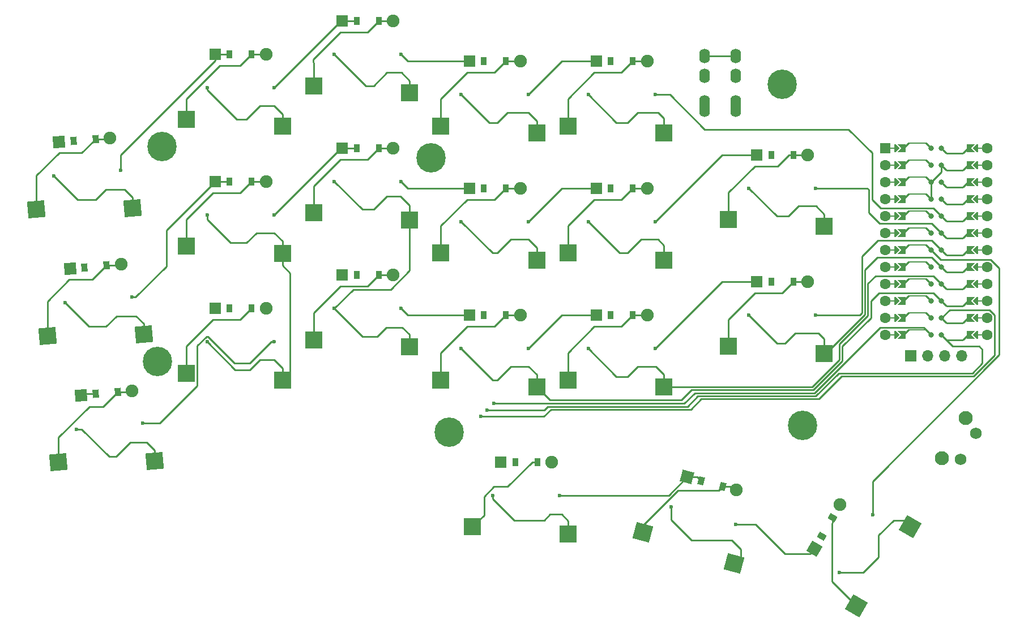
<source format=gbr>
%TF.GenerationSoftware,KiCad,Pcbnew,8.0.0*%
%TF.CreationDate,2024-03-12T02:06:11+01:00*%
%TF.ProjectId,cornish-v1,636f726e-6973-4682-9d76-312e6b696361,v1.0.0*%
%TF.SameCoordinates,Original*%
%TF.FileFunction,Copper,L1,Top*%
%TF.FilePolarity,Positive*%
%FSLAX46Y46*%
G04 Gerber Fmt 4.6, Leading zero omitted, Abs format (unit mm)*
G04 Created by KiCad (PCBNEW 8.0.0) date 2024-03-12 02:06:11*
%MOMM*%
%LPD*%
G01*
G04 APERTURE LIST*
G04 Aperture macros list*
%AMRotRect*
0 Rectangle, with rotation*
0 The origin of the aperture is its center*
0 $1 length*
0 $2 width*
0 $3 Rotation angle, in degrees counterclockwise*
0 Add horizontal line*
21,1,$1,$2,0,0,$3*%
%AMFreePoly0*
4,1,5,0.125000,-0.500000,-0.125000,-0.500000,-0.125000,0.500000,0.125000,0.500000,0.125000,-0.500000,0.125000,-0.500000,$1*%
%AMFreePoly1*
4,1,6,0.600000,0.200000,0.000000,-0.400000,-0.600000,0.200000,-0.600000,0.400000,0.600000,0.400000,0.600000,0.200000,0.600000,0.200000,$1*%
%AMFreePoly2*
4,1,6,0.600000,-0.250000,-0.600000,-0.250000,-0.600000,1.000000,0.000000,0.400000,0.600000,1.000000,0.600000,-0.250000,0.600000,-0.250000,$1*%
%AMFreePoly3*
4,1,45,0.069446,4.167933,0.854389,3.386388,0.869934,3.367446,0.888598,3.322386,0.891000,0.766000,0.888598,0.741614,0.869934,0.696554,0.088388,-0.088388,0.069446,-0.103933,0.064963,-0.105789,0.062500,-0.108253,0.052631,-0.110897,0.024387,-0.122598,0.008964,-0.122598,0.000000,-0.125000,-0.008964,-0.122598,-0.024387,-0.122598,-0.052631,-0.110897,-0.062500,-0.108253,-0.064963,-0.105789,
-0.069446,-0.103933,-0.103933,-0.069446,-0.105789,-0.064963,-0.108253,-0.062500,-0.110897,-0.052631,-0.122598,-0.024387,-0.122598,-0.008964,-0.125000,0.000000,-0.122598,0.008964,-0.122598,0.024387,-0.110897,0.052631,-0.108253,0.062500,-0.105789,0.064963,-0.103933,0.069446,0.643328,0.819956,0.641045,3.249334,-0.088388,3.975612,-0.103933,3.994554,-0.122598,4.039613,-0.122598,4.088387,
-0.103933,4.133446,-0.069446,4.167933,-0.024387,4.186598,0.024387,4.186598,0.069446,4.167933,0.069446,4.167933,$1*%
%AMFreePoly4*
4,1,45,0.069446,4.167933,0.850389,3.390388,0.865934,3.371446,0.884598,3.326386,0.887000,0.762000,0.884598,0.737613,0.865934,0.692554,0.088388,-0.088388,0.069446,-0.103933,0.064963,-0.105789,0.062500,-0.108253,0.052631,-0.110897,0.024387,-0.122598,0.008964,-0.122598,0.000000,-0.125000,-0.008964,-0.122598,-0.024387,-0.122598,-0.052631,-0.110897,-0.062500,-0.108253,-0.064963,-0.105789,
-0.069446,-0.103933,-0.103933,-0.069446,-0.105789,-0.064963,-0.108253,-0.062500,-0.110897,-0.052631,-0.122598,-0.024387,-0.122598,-0.008964,-0.125000,0.000000,-0.122598,0.008964,-0.122598,0.024387,-0.110897,0.052631,-0.108253,0.062500,-0.105789,0.064963,-0.103933,0.069446,0.639328,0.815955,0.637045,3.253333,-0.088388,3.975612,-0.103933,3.994554,-0.122598,4.039613,-0.122598,4.088387,
-0.103933,4.133446,-0.069446,4.167933,-0.024387,4.186598,0.024387,4.186598,0.069446,4.167933,0.069446,4.167933,$1*%
G04 Aperture macros list end*
%TA.AperFunction,ComponentPad*%
%ADD10C,0.600000*%
%TD*%
%TA.AperFunction,ComponentPad*%
%ADD11C,2.100000*%
%TD*%
%TA.AperFunction,ComponentPad*%
%ADD12C,1.750000*%
%TD*%
%TA.AperFunction,ComponentPad*%
%ADD13C,0.700000*%
%TD*%
%TA.AperFunction,ComponentPad*%
%ADD14C,4.400000*%
%TD*%
%TA.AperFunction,ComponentPad*%
%ADD15R,1.778000X1.778000*%
%TD*%
%TA.AperFunction,SMDPad,CuDef*%
%ADD16R,0.900000X1.200000*%
%TD*%
%TA.AperFunction,ComponentPad*%
%ADD17C,1.905000*%
%TD*%
%TA.AperFunction,ComponentPad*%
%ADD18RotRect,1.778000X1.778000X5.000000*%
%TD*%
%TA.AperFunction,SMDPad,CuDef*%
%ADD19RotRect,0.900000X1.200000X5.000000*%
%TD*%
%TA.AperFunction,SMDPad,CuDef*%
%ADD20R,2.550000X2.500000*%
%TD*%
%TA.AperFunction,ComponentPad*%
%ADD21O,1.600000X2.200000*%
%TD*%
%TA.AperFunction,ComponentPad*%
%ADD22RotRect,1.778000X1.778000X60.000000*%
%TD*%
%TA.AperFunction,SMDPad,CuDef*%
%ADD23RotRect,0.900000X1.200000X60.000000*%
%TD*%
%TA.AperFunction,SMDPad,CuDef*%
%ADD24RotRect,2.550000X2.500000X5.000000*%
%TD*%
%TA.AperFunction,ComponentPad*%
%ADD25C,1.600000*%
%TD*%
%TA.AperFunction,SMDPad,CuDef*%
%ADD26FreePoly0,270.000000*%
%TD*%
%TA.AperFunction,SMDPad,CuDef*%
%ADD27FreePoly1,270.000000*%
%TD*%
%TA.AperFunction,SMDPad,CuDef*%
%ADD28FreePoly1,90.000000*%
%TD*%
%TA.AperFunction,SMDPad,CuDef*%
%ADD29FreePoly0,90.000000*%
%TD*%
%TA.AperFunction,ComponentPad*%
%ADD30R,1.600000X1.600000*%
%TD*%
%TA.AperFunction,SMDPad,CuDef*%
%ADD31FreePoly2,270.000000*%
%TD*%
%TA.AperFunction,SMDPad,CuDef*%
%ADD32FreePoly3,270.000000*%
%TD*%
%TA.AperFunction,ComponentPad*%
%ADD33C,0.800000*%
%TD*%
%TA.AperFunction,SMDPad,CuDef*%
%ADD34FreePoly4,90.000000*%
%TD*%
%TA.AperFunction,SMDPad,CuDef*%
%ADD35FreePoly2,90.000000*%
%TD*%
%TA.AperFunction,SMDPad,CuDef*%
%ADD36RotRect,2.550000X2.500000X345.000000*%
%TD*%
%TA.AperFunction,ComponentPad*%
%ADD37RotRect,1.778000X1.778000X345.000000*%
%TD*%
%TA.AperFunction,SMDPad,CuDef*%
%ADD38RotRect,0.900000X1.200000X345.000000*%
%TD*%
%TA.AperFunction,SMDPad,CuDef*%
%ADD39RotRect,2.550000X2.500000X60.000000*%
%TD*%
%TA.AperFunction,ComponentPad*%
%ADD40R,1.700000X1.700000*%
%TD*%
%TA.AperFunction,ComponentPad*%
%ADD41O,1.700000X1.700000*%
%TD*%
%TA.AperFunction,Conductor*%
%ADD42C,0.250000*%
%TD*%
G04 APERTURE END LIST*
D10*
%TO.P,REF\u002A\u002A,1*%
%TO.N,P16*%
X199500000Y-154500000D03*
%TD*%
%TO.P,REF\u002A\u002A,1*%
%TO.N,P10*%
X200500000Y-153500000D03*
%TD*%
%TO.P,REF\u002A\u002A,1*%
%TO.N,P9*%
X201500000Y-152500000D03*
%TD*%
D11*
%TO.P,REF\u002A\u002A,*%
%TO.N,*%
X271968597Y-154672468D03*
X268463597Y-160743307D03*
D12*
%TO.P,REF\u002A\u002A,1*%
%TO.N,GND*%
X273500000Y-157000000D03*
%TO.P,REF\u002A\u002A,2*%
%TO.N,RST*%
X271250001Y-160897115D03*
%TD*%
D13*
%TO.P,_46,1*%
%TO.N,N/C*%
X242956795Y-104801108D03*
X243440069Y-103634382D03*
X243440069Y-105967834D03*
X244606795Y-103151108D03*
D14*
X244606795Y-104801108D03*
D13*
X244606795Y-106451108D03*
X245773521Y-103634382D03*
X245773521Y-105967834D03*
X246256795Y-104801108D03*
%TD*%
D15*
%TO.P,D19,1*%
%TO.N,P19*%
X240796796Y-134301108D03*
D16*
X242956796Y-134301108D03*
%TO.P,D19,2*%
%TO.N,media_one*%
X246256796Y-134301108D03*
D17*
X248416796Y-134301108D03*
%TD*%
D10*
%TO.P,REF\u002A\u002A,1*%
%TO.N,P4*%
X258118678Y-169174442D03*
%TD*%
D15*
%TO.P,D10,1*%
%TO.N,P19*%
X197796795Y-139301109D03*
D16*
X199956795Y-139301109D03*
%TO.P,D10,2*%
%TO.N,index_bottom*%
X203256795Y-139301109D03*
D17*
X205416795Y-139301109D03*
%TD*%
D18*
%TO.P,D1,1*%
%TO.N,P19*%
X139792061Y-151288925D03*
D19*
X141943842Y-151100669D03*
%TO.P,D1,2*%
%TO.N,pinky_bottom*%
X145231284Y-150813055D03*
D17*
X147383065Y-150624799D03*
%TD*%
D13*
%TO.P,_43,1*%
%TO.N,N/C*%
X149564777Y-146418645D03*
X149944525Y-145214238D03*
X150147898Y-147538811D03*
X151064691Y-144631117D03*
D14*
X151208498Y-146274838D03*
D13*
X151352305Y-147918559D03*
X152269098Y-145010865D03*
X152472471Y-147335438D03*
X152852219Y-146131031D03*
%TD*%
D15*
%TO.P,D11,1*%
%TO.N,P20*%
X197796795Y-120301109D03*
D16*
X199956795Y-120301109D03*
%TO.P,D11,2*%
%TO.N,index_home*%
X203256795Y-120301109D03*
D17*
X205416795Y-120301109D03*
%TD*%
D10*
%TO.P,REF\u002A\u002A,1*%
%TO.N,P21*%
X206606795Y-106301108D03*
%TD*%
%TO.P,REF\u002A\u002A,1*%
%TO.N,P16*%
X177606796Y-119301109D03*
%TD*%
%TO.P,REF\u002A\u002A,1*%
%TO.N,P19*%
X187606795Y-138301108D03*
%TD*%
%TO.P,REF\u002A\u002A,1*%
%TO.N,P14*%
X196606795Y-144301108D03*
%TD*%
D13*
%TO.P,_45,1*%
%TO.N,N/C*%
X193156795Y-156801109D03*
X193640069Y-155634383D03*
X193640069Y-157967835D03*
X194806795Y-155151109D03*
D14*
X194806795Y-156801109D03*
D13*
X194806795Y-158451109D03*
X195973521Y-155634383D03*
X195973521Y-157967835D03*
X196456795Y-156801109D03*
%TD*%
D10*
%TO.P,REF\u002A\u002A,1*%
%TO.N,P20*%
X147348357Y-136574357D03*
%TD*%
%TO.P,REF\u002A\u002A,1*%
%TO.N,P16*%
X177606796Y-100301109D03*
%TD*%
D20*
%TO.P,S10,1*%
%TO.N,P14*%
X207876795Y-150051109D03*
%TO.P,S10,2*%
%TO.N,index_bottom*%
X193536795Y-149001109D03*
%TD*%
D10*
%TO.P,REF\u002A\u002A,1*%
%TO.N,P20*%
X206606795Y-125301108D03*
%TD*%
D13*
%TO.P,_47,1*%
%TO.N,N/C*%
X245956795Y-155801108D03*
X246440069Y-154634382D03*
X246440069Y-156967834D03*
X247606795Y-154151108D03*
D14*
X247606795Y-155801108D03*
D13*
X247606795Y-157451108D03*
X248773521Y-154634382D03*
X248773521Y-156967834D03*
X249256795Y-155801108D03*
%TD*%
D20*
%TO.P,S4,1*%
%TO.N,P10*%
X169876796Y-149051108D03*
%TO.P,S4,2*%
%TO.N,ring_bottom*%
X155536796Y-148001108D03*
%TD*%
D21*
%TO.P,TRRS1,1*%
%TO.N,GND*%
X233006795Y-108601108D03*
X237606795Y-108601108D03*
%TO.P,TRRS1,2*%
X233006795Y-107501108D03*
X237606795Y-107501107D03*
%TO.P,TRRS1,3*%
%TO.N,P1*%
X233006795Y-103501108D03*
X237606795Y-103501108D03*
%TO.P,TRRS1,4*%
%TO.N,VCC*%
X233006795Y-100501108D03*
X237606795Y-100501108D03*
%TD*%
D22*
%TO.P,D18,1*%
%TO.N,P4*%
X249383551Y-174304125D03*
D23*
X250463551Y-172433511D03*
%TO.P,D18,2*%
%TO.N,space_cluster*%
X252113551Y-169575627D03*
D17*
X253193551Y-167705013D03*
%TD*%
D10*
%TO.P,REF\u002A\u002A,1*%
%TO.N,P21*%
X168606795Y-105301108D03*
%TD*%
%TO.P,REF\u002A\u002A,1*%
%TO.N,P18*%
X253118678Y-177834696D03*
%TD*%
%TO.P,REF\u002A\u002A,1*%
%TO.N,P19*%
X225606795Y-144301108D03*
%TD*%
D20*
%TO.P,S11,1*%
%TO.N,P14*%
X207876795Y-131051109D03*
%TO.P,S11,2*%
%TO.N,index_home*%
X193536795Y-130001109D03*
%TD*%
D15*
%TO.P,D13,1*%
%TO.N,P19*%
X216796795Y-139301109D03*
D16*
X218956795Y-139301109D03*
%TO.P,D13,2*%
%TO.N,index2_bottom*%
X222256795Y-139301109D03*
D17*
X224416795Y-139301109D03*
%TD*%
D10*
%TO.P,REF\u002A\u002A,1*%
%TO.N,P4*%
X211306795Y-166301108D03*
%TD*%
D24*
%TO.P,S3,1*%
%TO.N,P9*%
X147458710Y-123264090D03*
%TO.P,S3,2*%
%TO.N,pinky_top*%
X133081765Y-123467899D03*
%TD*%
D10*
%TO.P,REF\u002A\u002A,1*%
%TO.N,P15*%
X227945754Y-168043491D03*
%TD*%
%TO.P,REF\u002A\u002A,1*%
%TO.N,P10*%
X158606796Y-105301108D03*
%TD*%
D20*
%TO.P,S12,1*%
%TO.N,P14*%
X207876795Y-112051109D03*
%TO.P,S12,2*%
%TO.N,index_top*%
X193536795Y-111001109D03*
%TD*%
D10*
%TO.P,REF\u002A\u002A,1*%
%TO.N,P15*%
X215606795Y-125301108D03*
%TD*%
D15*
%TO.P,D20,1*%
%TO.N,P20*%
X240796796Y-115301108D03*
D16*
X242956796Y-115301108D03*
%TO.P,D20,2*%
%TO.N,media_two*%
X246256796Y-115301108D03*
D17*
X248416796Y-115301108D03*
%TD*%
D20*
%TO.P,S13,1*%
%TO.N,P15*%
X226876795Y-150051109D03*
%TO.P,S13,2*%
%TO.N,index2_bottom*%
X212536795Y-149001109D03*
%TD*%
D15*
%TO.P,D15,1*%
%TO.N,P21*%
X216796795Y-101301109D03*
D16*
X218956795Y-101301109D03*
%TO.P,D15,2*%
%TO.N,index2_top*%
X222256795Y-101301109D03*
D17*
X224416795Y-101301109D03*
%TD*%
D10*
%TO.P,REF\u002A\u002A,1*%
%TO.N,P19*%
X149004316Y-155502057D03*
%TD*%
D20*
%TO.P,S19,1*%
%TO.N,P18*%
X250876795Y-145051109D03*
%TO.P,S19,2*%
%TO.N,media_one*%
X236536795Y-144001109D03*
%TD*%
D10*
%TO.P,REF\u002A\u002A,1*%
%TO.N,P18*%
X239606795Y-139301109D03*
%TD*%
%TO.P,REF\u002A\u002A,1*%
%TO.N,P16*%
X177606796Y-138301109D03*
%TD*%
%TO.P,REF\u002A\u002A,1*%
%TO.N,P14*%
X201306795Y-166301108D03*
%TD*%
%TO.P,REF\u002A\u002A,1*%
%TO.N,P21*%
X225606795Y-106301108D03*
%TD*%
%TO.P,REF\u002A\u002A,1*%
%TO.N,P21*%
X145692397Y-117646658D03*
%TD*%
%TO.P,REF\u002A\u002A,1*%
%TO.N,P10*%
X158606796Y-124301109D03*
%TD*%
%TO.P,REF\u002A\u002A,1*%
%TO.N,P15*%
X215606795Y-106301108D03*
%TD*%
%TO.P,REF\u002A\u002A,1*%
%TO.N,P9*%
X135730450Y-118518216D03*
%TD*%
%TO.P,REF\u002A\u002A,1*%
%TO.N,P10*%
X158606795Y-143301108D03*
%TD*%
D15*
%TO.P,D7,1*%
%TO.N,P19*%
X178796795Y-133301108D03*
D16*
X180956795Y-133301108D03*
%TO.P,D7,2*%
%TO.N,middle_bottom*%
X184256795Y-133301108D03*
D17*
X186416795Y-133301108D03*
%TD*%
D10*
%TO.P,REF\u002A\u002A,1*%
%TO.N,P20*%
X249606795Y-120301108D03*
%TD*%
D15*
%TO.P,D12,1*%
%TO.N,P21*%
X197796795Y-101301109D03*
D16*
X199956795Y-101301109D03*
%TO.P,D12,2*%
%TO.N,index_top*%
X203256795Y-101301109D03*
D17*
X205416795Y-101301109D03*
%TD*%
D25*
%TO.P,_41,*%
%TO.N,*%
X275226794Y-114331108D03*
D26*
X273956795Y-114331108D03*
D27*
X273448795Y-114331108D03*
D28*
X261764795Y-114331108D03*
D29*
X261256795Y-114331108D03*
D25*
X259986795Y-114331108D03*
D30*
X259986795Y-114331108D03*
D25*
X275226795Y-116871108D03*
D26*
X273956795Y-116871108D03*
D27*
X273448795Y-116871108D03*
D28*
X261764795Y-116871108D03*
D29*
X261256795Y-116871108D03*
D25*
X259986795Y-116871108D03*
X275226795Y-119411108D03*
D26*
X273956795Y-119411108D03*
D27*
X273448795Y-119411108D03*
D28*
X261764795Y-119411108D03*
D29*
X261256795Y-119411108D03*
D25*
X259986795Y-119411108D03*
X259986795Y-121951107D03*
X275226795Y-121951108D03*
D27*
X273448795Y-121951108D03*
D28*
X261764795Y-121951108D03*
D29*
X261256796Y-121951108D03*
D26*
X273956795Y-121951109D03*
D25*
X275226795Y-124491108D03*
D26*
X273956795Y-124491108D03*
D27*
X273448795Y-124491108D03*
D28*
X261764794Y-124491108D03*
D29*
X261256795Y-124491108D03*
D25*
X259986795Y-124491108D03*
X275226795Y-127031108D03*
D26*
X273956795Y-127031108D03*
D27*
X273448795Y-127031108D03*
D28*
X261764795Y-127031108D03*
D29*
X261256795Y-127031108D03*
D25*
X259986795Y-127031108D03*
X275226795Y-129571108D03*
D26*
X273956795Y-129571108D03*
D27*
X273448795Y-129571108D03*
D28*
X261764795Y-129571108D03*
D29*
X261256795Y-129571108D03*
D25*
X259986795Y-129571108D03*
X275226795Y-132111108D03*
D26*
X273956795Y-132111108D03*
D27*
X273448796Y-132111108D03*
D28*
X261764795Y-132111108D03*
D29*
X261256795Y-132111108D03*
D25*
X259986795Y-132111108D03*
D29*
X261256795Y-134651107D03*
D26*
X273956794Y-134651108D03*
D27*
X273448795Y-134651108D03*
D28*
X261764795Y-134651108D03*
D25*
X259986795Y-134651108D03*
X275226795Y-134651109D03*
X275226795Y-137191108D03*
D26*
X273956795Y-137191108D03*
D27*
X273448795Y-137191108D03*
D28*
X261764795Y-137191108D03*
D29*
X261256795Y-137191108D03*
D25*
X259986795Y-137191108D03*
X275226795Y-139731108D03*
D26*
X273956795Y-139731108D03*
D27*
X273448795Y-139731108D03*
D28*
X261764795Y-139731108D03*
D29*
X261256795Y-139731108D03*
D25*
X259986795Y-139731108D03*
X275226795Y-142271108D03*
D26*
X273956795Y-142271108D03*
D27*
X273448795Y-142271108D03*
D28*
X261764795Y-142271108D03*
D29*
X261256795Y-142271108D03*
D25*
X259986796Y-142271108D03*
D31*
%TO.P,_41,1*%
%TO.N,RAW*%
X272432795Y-114331108D03*
D32*
X268368795Y-114331108D03*
D33*
X268368795Y-114331108D03*
D31*
%TO.P,_41,2*%
%TO.N,GND*%
X272432795Y-116871108D03*
D32*
X268368795Y-116871108D03*
D33*
X268368795Y-116871108D03*
D31*
%TO.P,_41,3*%
%TO.N,RST*%
X272432795Y-119411108D03*
D32*
X268368795Y-119411108D03*
D33*
X268368795Y-119411108D03*
D31*
%TO.P,_41,4*%
%TO.N,VCC*%
X272432795Y-121951108D03*
D32*
X268368795Y-121951109D03*
D33*
X268368795Y-121951109D03*
D31*
%TO.P,_41,5*%
%TO.N,P21*%
X272432795Y-124491108D03*
D32*
X268368795Y-124491108D03*
D33*
X268368795Y-124491108D03*
D31*
%TO.P,_41,6*%
%TO.N,P20*%
X272432795Y-127031108D03*
D32*
X268368795Y-127031108D03*
D33*
X268368795Y-127031108D03*
D31*
%TO.P,_41,7*%
%TO.N,P19*%
X272432795Y-129571108D03*
D32*
X268368795Y-129571108D03*
D33*
X268368795Y-129571108D03*
D31*
%TO.P,_41,8*%
%TO.N,P18*%
X272432795Y-132111108D03*
D32*
X268368795Y-132111108D03*
D33*
X268368795Y-132111108D03*
D31*
%TO.P,_41,9*%
%TO.N,P15*%
X272432795Y-134651108D03*
D32*
X268368796Y-134651108D03*
D33*
X268368796Y-134651108D03*
D31*
%TO.P,_41,10*%
%TO.N,P14*%
X272432795Y-137191108D03*
D32*
X268368795Y-137191108D03*
D33*
X268368795Y-137191108D03*
D31*
%TO.P,_41,11*%
%TO.N,P16*%
X272432795Y-139731108D03*
D32*
X268368795Y-139731108D03*
D33*
X268368795Y-139731108D03*
D32*
%TO.P,_41,12*%
%TO.N,P10*%
X268368795Y-142271108D03*
D33*
X268368795Y-142271108D03*
D31*
X272432795Y-142271109D03*
D34*
%TO.P,_41,13*%
%TO.N,P9*%
X266844795Y-142271108D03*
D33*
X266844795Y-142271108D03*
D35*
X262780795Y-142271108D03*
D34*
%TO.P,_41,14*%
%TO.N,P8*%
X266844795Y-139731108D03*
D33*
X266844795Y-139731108D03*
D35*
X262780795Y-139731108D03*
D34*
%TO.P,_41,15*%
%TO.N,P7*%
X266844795Y-137191108D03*
D33*
X266844795Y-137191108D03*
D35*
X262780795Y-137191108D03*
D34*
%TO.P,_41,16*%
%TO.N,P6*%
X266844795Y-134651107D03*
D33*
X266844795Y-134651107D03*
D35*
X262780795Y-134651108D03*
D34*
%TO.P,_41,17*%
%TO.N,P5*%
X266844795Y-132111108D03*
D33*
X266844795Y-132111108D03*
D35*
X262780795Y-132111108D03*
D34*
%TO.P,_41,18*%
%TO.N,P4*%
X266844795Y-129571108D03*
D33*
X266844795Y-129571108D03*
D35*
X262780795Y-129571108D03*
D34*
%TO.P,_41,19*%
%TO.N,P3*%
X266844795Y-127031108D03*
D33*
X266844795Y-127031108D03*
D35*
X262780795Y-127031108D03*
D34*
%TO.P,_41,20*%
%TO.N,P2*%
X266844795Y-124491108D03*
D33*
X266844795Y-124491108D03*
D35*
X262780795Y-124491108D03*
D34*
%TO.P,_41,21*%
%TO.N,GND*%
X266844794Y-121951108D03*
D33*
X266844794Y-121951108D03*
D35*
X262780795Y-121951108D03*
D34*
%TO.P,_41,22*%
X266844795Y-119411108D03*
D33*
X266844795Y-119411108D03*
D35*
X262780795Y-119411108D03*
D34*
%TO.P,_41,23*%
%TO.N,P0*%
X266844795Y-116871108D03*
D33*
X266844795Y-116871108D03*
D35*
X262780795Y-116871108D03*
%TO.P,_41,24*%
%TO.N,P1*%
X262780795Y-114331107D03*
D34*
X266844795Y-114331108D03*
D33*
X266844795Y-114331108D03*
%TD*%
D10*
%TO.P,REF\u002A\u002A,1*%
%TO.N,P14*%
X196606795Y-106301108D03*
%TD*%
%TO.P,REF\u002A\u002A,1*%
%TO.N,P19*%
X206606795Y-144301108D03*
%TD*%
D24*
%TO.P,S2,1*%
%TO.N,P9*%
X149114669Y-142191790D03*
%TO.P,S2,2*%
%TO.N,pinky_home*%
X134737724Y-142395599D03*
%TD*%
D10*
%TO.P,REF\u002A\u002A,1*%
%TO.N,P9*%
X137386409Y-137445915D03*
%TD*%
D36*
%TO.P,S17,1*%
%TO.N,P15*%
X237343529Y-176514455D03*
%TO.P,S17,2*%
%TO.N,layer_cluster*%
X223763913Y-171788768D03*
%TD*%
D15*
%TO.P,D14,1*%
%TO.N,P20*%
X216796795Y-120301109D03*
D16*
X218956795Y-120301109D03*
%TO.P,D14,2*%
%TO.N,index2_home*%
X222256795Y-120301109D03*
D17*
X224416795Y-120301109D03*
%TD*%
D10*
%TO.P,REF\u002A\u002A,1*%
%TO.N,P19*%
X249606795Y-139301108D03*
%TD*%
D20*
%TO.P,S16,1*%
%TO.N,P14*%
X212576795Y-172051109D03*
%TO.P,S16,2*%
%TO.N,mod_cluster*%
X198236795Y-171001109D03*
%TD*%
D15*
%TO.P,D6,1*%
%TO.N,P21*%
X159796796Y-100301108D03*
D16*
X161956796Y-100301108D03*
%TO.P,D6,2*%
%TO.N,ring_top*%
X165256796Y-100301108D03*
D17*
X167416796Y-100301108D03*
%TD*%
D20*
%TO.P,S7,1*%
%TO.N,P16*%
X188876796Y-144051108D03*
%TO.P,S7,2*%
%TO.N,middle_bottom*%
X174536796Y-143001108D03*
%TD*%
D13*
%TO.P,_42,1*%
%TO.N,N/C*%
X150262475Y-114235368D03*
X150642223Y-113030961D03*
X150845596Y-115355534D03*
X151762389Y-112447840D03*
D14*
X151906196Y-114091561D03*
D13*
X152050003Y-115735282D03*
X152966796Y-112827588D03*
X153170169Y-115152161D03*
X153549917Y-113947754D03*
%TD*%
D10*
%TO.P,REF\u002A\u002A,1*%
%TO.N,P9*%
X139042369Y-156373615D03*
%TD*%
D20*
%TO.P,S20,1*%
%TO.N,P18*%
X250876795Y-126051109D03*
%TO.P,S20,2*%
%TO.N,media_two*%
X236536795Y-125001109D03*
%TD*%
D15*
%TO.P,D16,1*%
%TO.N,P4*%
X202496795Y-161301109D03*
D16*
X204656795Y-161301109D03*
%TO.P,D16,2*%
%TO.N,mod_cluster*%
X207956795Y-161301109D03*
D17*
X210116795Y-161301109D03*
%TD*%
D10*
%TO.P,REF\u002A\u002A,1*%
%TO.N,P20*%
X187606796Y-119301108D03*
%TD*%
D37*
%TO.P,D17,1*%
%TO.N,P4*%
X230389301Y-163521857D03*
D38*
X232475700Y-164080906D03*
%TO.P,D17,2*%
%TO.N,layer_cluster*%
X235663256Y-164935010D03*
D17*
X237749655Y-165494059D03*
%TD*%
D18*
%TO.P,D2,1*%
%TO.N,P20*%
X138136102Y-132361226D03*
D19*
X140287883Y-132172970D03*
%TO.P,D2,2*%
%TO.N,pinky_home*%
X143575325Y-131885356D03*
D17*
X145727106Y-131697100D03*
%TD*%
D15*
%TO.P,D9,1*%
%TO.N,P21*%
X178796795Y-95301108D03*
D16*
X180956795Y-95301108D03*
%TO.P,D9,2*%
%TO.N,middle_top*%
X184256795Y-95301108D03*
D17*
X186416795Y-95301108D03*
%TD*%
D10*
%TO.P,REF\u002A\u002A,1*%
%TO.N,P20*%
X225606795Y-125301108D03*
%TD*%
D18*
%TO.P,D3,1*%
%TO.N,P21*%
X136480144Y-113433527D03*
D19*
X138631925Y-113245271D03*
%TO.P,D3,2*%
%TO.N,pinky_top*%
X141919367Y-112957657D03*
D17*
X144071148Y-112769401D03*
%TD*%
D39*
%TO.P,S18,1*%
%TO.N,P18*%
X263733325Y-170949589D03*
%TO.P,S18,2*%
%TO.N,space_cluster*%
X255653998Y-182843393D03*
%TD*%
D15*
%TO.P,D8,1*%
%TO.N,P20*%
X178796795Y-114301108D03*
D16*
X180956795Y-114301108D03*
%TO.P,D8,2*%
%TO.N,middle_home*%
X184256795Y-114301108D03*
D17*
X186416795Y-114301108D03*
%TD*%
D10*
%TO.P,REF\u002A\u002A,1*%
%TO.N,P4*%
X237605012Y-170631682D03*
%TD*%
%TO.P,REF\u002A\u002A,1*%
%TO.N,P20*%
X168606795Y-124301108D03*
%TD*%
%TO.P,REF\u002A\u002A,1*%
%TO.N,P18*%
X239606795Y-120301108D03*
%TD*%
D15*
%TO.P,D4,1*%
%TO.N,P19*%
X159796796Y-138301108D03*
D16*
X161956796Y-138301108D03*
%TO.P,D4,2*%
%TO.N,ring_bottom*%
X165256796Y-138301108D03*
D17*
X167416796Y-138301108D03*
%TD*%
D15*
%TO.P,D5,1*%
%TO.N,P20*%
X159796796Y-119301108D03*
D16*
X161956796Y-119301108D03*
%TO.P,D5,2*%
%TO.N,ring_home*%
X165256796Y-119301108D03*
D17*
X167416796Y-119301108D03*
%TD*%
D10*
%TO.P,REF\u002A\u002A,1*%
%TO.N,P15*%
X215606795Y-144301108D03*
%TD*%
%TO.P,REF\u002A\u002A,1*%
%TO.N,P14*%
X196606795Y-125301108D03*
%TD*%
D20*
%TO.P,S15,1*%
%TO.N,P15*%
X226876795Y-112051109D03*
%TO.P,S15,2*%
%TO.N,index2_top*%
X212536795Y-111001109D03*
%TD*%
D13*
%TO.P,_44,1*%
%TO.N,N/C*%
X190456796Y-115801108D03*
X190940070Y-114634382D03*
X190940070Y-116967834D03*
X192106796Y-114151108D03*
D14*
X192106796Y-115801108D03*
D13*
X192106796Y-117451108D03*
X193273522Y-114634382D03*
X193273522Y-116967834D03*
X193756796Y-115801108D03*
%TD*%
D20*
%TO.P,S8,1*%
%TO.N,P16*%
X188876796Y-125051108D03*
%TO.P,S8,2*%
%TO.N,middle_home*%
X174536796Y-124001108D03*
%TD*%
D10*
%TO.P,REF\u002A\u002A,1*%
%TO.N,P21*%
X187606796Y-100301108D03*
%TD*%
D40*
%TO.P,OLED1,1*%
%TO.N,GND*%
X263806794Y-145401108D03*
D41*
%TO.P,OLED1,2*%
%TO.N,VCC*%
X266346795Y-145401108D03*
%TO.P,OLED1,3*%
%TO.N,P3*%
X268886795Y-145401108D03*
%TO.P,OLED1,4*%
%TO.N,P2*%
X271426795Y-145401108D03*
%TD*%
D20*
%TO.P,S6,1*%
%TO.N,P10*%
X169876795Y-111051109D03*
%TO.P,S6,2*%
%TO.N,ring_top*%
X155536795Y-110001109D03*
%TD*%
D24*
%TO.P,S1,1*%
%TO.N,P9*%
X150770628Y-161119488D03*
%TO.P,S1,2*%
%TO.N,pinky_bottom*%
X136393683Y-161323297D03*
%TD*%
D20*
%TO.P,S5,1*%
%TO.N,P10*%
X169876796Y-130051108D03*
%TO.P,S5,2*%
%TO.N,ring_home*%
X155536796Y-129001108D03*
%TD*%
%TO.P,S9,1*%
%TO.N,P16*%
X188876796Y-106051108D03*
%TO.P,S9,2*%
%TO.N,middle_top*%
X174536796Y-105001108D03*
%TD*%
%TO.P,S14,1*%
%TO.N,P15*%
X226876795Y-131051109D03*
%TO.P,S14,2*%
%TO.N,index2_home*%
X212536795Y-130001109D03*
%TD*%
D10*
%TO.P,REF\u002A\u002A,1*%
%TO.N,P19*%
X168606795Y-143301108D03*
%TD*%
D42*
%TO.N,ring_top*%
X167416796Y-100301108D02*
X165256796Y-100301108D01*
%TO.N,P9*%
X143493933Y-120506067D02*
X142000000Y-122000000D01*
%TO.N,P10*%
X169881795Y-109224459D02*
X168657336Y-108000000D01*
X164500000Y-110000000D02*
X163000000Y-110000000D01*
%TO.N,P16*%
X188881796Y-104224458D02*
X187657338Y-103000000D01*
X183500000Y-105000000D02*
X182305687Y-105000000D01*
%TO.N,middle_top*%
X174500000Y-101500000D02*
X174536796Y-101536796D01*
%TO.N,P21*%
X159796796Y-100301108D02*
X159796796Y-101203204D01*
X178796795Y-95301108D02*
X178606795Y-95301108D01*
%TO.N,P20*%
X178796795Y-114301108D02*
X178606795Y-114301108D01*
%TO.N,P9*%
X145066233Y-139433767D02*
X143500000Y-141000000D01*
%TO.N,P19*%
X164983639Y-146500000D02*
X162689571Y-146500000D01*
X158689571Y-142500000D02*
X158524019Y-142500000D01*
%TO.N,P16*%
X188881796Y-122881796D02*
X187500000Y-121500000D01*
X183500000Y-123500000D02*
X181805687Y-123500000D01*
X188876796Y-125051108D02*
X188881796Y-125046108D01*
X188876796Y-132647765D02*
X186067353Y-135457208D01*
%TO.N,P14*%
X207881795Y-110224459D02*
X206657336Y-109000000D01*
X202000000Y-110500000D02*
X200805687Y-110500000D01*
X207881795Y-129224459D02*
X206657336Y-128000000D01*
X202000000Y-130000000D02*
X201305687Y-130000000D01*
X207876795Y-150051109D02*
X207881795Y-150046109D01*
X207881795Y-148224459D02*
X206657336Y-147000000D01*
X202000000Y-149000000D02*
X201305687Y-149000000D01*
%TO.N,P15*%
X226876795Y-150051109D02*
X226881795Y-150046109D01*
X226881795Y-148224459D02*
X225657336Y-147000000D01*
X221500000Y-148500000D02*
X219805687Y-148500000D01*
X226881795Y-128881795D02*
X226000000Y-128000000D01*
X221500000Y-130000000D02*
X220305687Y-130000000D01*
X226881795Y-109881795D02*
X226000000Y-109000000D01*
X221500000Y-110500000D02*
X219805687Y-110500000D01*
%TO.N,P18*%
X250881795Y-124224459D02*
X249657336Y-123000000D01*
X245500000Y-124500000D02*
X243805687Y-124500000D01*
%TO.N,media_two*%
X246256796Y-115301108D02*
X245556796Y-115301108D01*
%TO.N,P18*%
X250876795Y-145051109D02*
X250881795Y-145046109D01*
X250881795Y-142881795D02*
X250000000Y-142000000D01*
X245000000Y-143500000D02*
X243805686Y-143500000D01*
%TO.N,P21*%
X259274108Y-123274108D02*
X258000000Y-122000000D01*
%TO.N,P4*%
X275692786Y-130986108D02*
X277000000Y-132293322D01*
%TO.N,P18*%
X259000000Y-175500000D02*
X259000000Y-172281404D01*
%TO.N,space_cluster*%
X252000000Y-170500000D02*
X252113551Y-170386449D01*
%TO.N,P15*%
X238364150Y-175493834D02*
X238364150Y-174364150D01*
%TO.N,layer_cluster*%
X235074489Y-165523777D02*
X235663256Y-164935010D01*
%TO.N,mod_cluster*%
X201500000Y-165000000D02*
X203500000Y-165000000D01*
%TO.N,P14*%
X212576795Y-172051109D02*
X212581795Y-172046109D01*
X209873891Y-169126109D02*
X209000000Y-170000000D01*
X212581795Y-170081795D02*
X211626109Y-169126109D01*
%TO.N,P16*%
X208950000Y-154500000D02*
X210000000Y-153450000D01*
X230901109Y-153450000D02*
X232500000Y-151851109D01*
X273186396Y-148450000D02*
X276351795Y-145284601D01*
X276351795Y-139265117D02*
X275586678Y-138500000D01*
%TO.N,P10*%
X209000000Y-153500000D02*
X209500000Y-153000000D01*
X230401109Y-153000000D02*
X232000000Y-151401109D01*
X274500000Y-144500000D02*
X274000000Y-144000000D01*
%TO.N,P9*%
X229951109Y-152500000D02*
X231500000Y-150951109D01*
%TO.N,P14*%
X253586396Y-144000000D02*
X253586396Y-146152904D01*
X259025892Y-135974108D02*
X257850000Y-137150000D01*
X230998891Y-150501109D02*
X229500000Y-152000000D01*
%TO.N,P10*%
X169876796Y-130051108D02*
X169881796Y-130046108D01*
X169881796Y-128224458D02*
X168657338Y-127000000D01*
X166000000Y-127000000D02*
X164500000Y-128500000D01*
X171000000Y-133000000D02*
X169876796Y-131876796D01*
%TO.N,pinky_bottom*%
X141000000Y-153000000D02*
X143044339Y-153000000D01*
%TO.N,P9*%
X145000000Y-160500000D02*
X144000000Y-160500000D01*
%TO.N,P10*%
X169876796Y-149051108D02*
X169881796Y-149046108D01*
X169881796Y-147224458D02*
X168657338Y-146000000D01*
X166500000Y-146000000D02*
X165000000Y-147500000D01*
%TO.N,P16*%
X188881796Y-142224458D02*
X187783446Y-141126108D01*
X185373892Y-141126108D02*
X184000000Y-142500000D01*
%TO.N,P15*%
X258565893Y-133434107D02*
X257400000Y-134600000D01*
X253136396Y-143636396D02*
X253136396Y-145966508D01*
%TO.N,P18*%
X258803892Y-130696108D02*
X256950000Y-132550000D01*
%TO.N,P19*%
X258843892Y-128156108D02*
X256500000Y-130500000D01*
X256500000Y-139000000D02*
X256198892Y-139301108D01*
%TO.N,P20*%
X259116108Y-125616108D02*
X257500000Y-124000000D01*
X257500000Y-120500000D02*
X257301108Y-120301108D01*
%TO.N,pinky_home*%
X143575325Y-131885356D02*
X145538850Y-131885356D01*
X145538850Y-131885356D02*
X145727106Y-131697100D01*
X134737724Y-137262276D02*
X138000000Y-134000000D01*
X141460681Y-134000000D02*
X143575325Y-131885356D01*
X134737724Y-142395599D02*
X134737724Y-137262276D01*
X138000000Y-134000000D02*
X141460681Y-134000000D01*
%TO.N,pinky_top*%
X141919367Y-112957657D02*
X143882892Y-112957657D01*
X143882892Y-112957657D02*
X144071148Y-112769401D01*
X133081765Y-118418235D02*
X136500000Y-115000000D01*
X136500000Y-115000000D02*
X139877024Y-115000000D01*
X133081765Y-123467899D02*
X133081765Y-118418235D01*
X139877024Y-115000000D02*
X141919367Y-112957657D01*
%TO.N,P9*%
X147458710Y-123264090D02*
X147458710Y-121683814D01*
X147458710Y-121683814D02*
X146280963Y-120506067D01*
X146280963Y-120506067D02*
X143493933Y-120506067D01*
X139212234Y-122000000D02*
X135730450Y-118518216D01*
X142000000Y-122000000D02*
X139212234Y-122000000D01*
%TO.N,P10*%
X169876795Y-111051109D02*
X169881795Y-111046109D01*
X169881795Y-111046109D02*
X169881795Y-109224459D01*
X158606796Y-105606796D02*
X158606796Y-105301108D01*
X168657336Y-108000000D02*
X166500000Y-108000000D01*
X166500000Y-108000000D02*
X164500000Y-110000000D01*
X163000000Y-110000000D02*
X158606796Y-105606796D01*
%TO.N,ring_top*%
X163557904Y-102000000D02*
X160500000Y-102000000D01*
X165256796Y-100301108D02*
X163557904Y-102000000D01*
X160500000Y-102000000D02*
X155536795Y-106963205D01*
X155536795Y-106963205D02*
X155536795Y-110001109D01*
%TO.N,ring_home*%
X163557904Y-121000000D02*
X159500000Y-121000000D01*
X165256796Y-119301108D02*
X163557904Y-121000000D01*
X159500000Y-121000000D02*
X155536796Y-124963204D01*
X155536796Y-124963204D02*
X155536796Y-129001108D01*
X167416796Y-119301108D02*
X165256796Y-119301108D01*
%TO.N,middle_home*%
X182557903Y-116000000D02*
X178500000Y-116000000D01*
X184256795Y-114301108D02*
X182557903Y-116000000D01*
X178500000Y-116000000D02*
X174536796Y-119963204D01*
X174536796Y-119963204D02*
X174536796Y-124001108D01*
X184256795Y-114301108D02*
X186416795Y-114301108D01*
%TO.N,P16*%
X188876796Y-106051108D02*
X188881796Y-106046108D01*
X188881796Y-106046108D02*
X188881796Y-104224458D01*
X187657338Y-103000000D02*
X185500000Y-103000000D01*
X185500000Y-103000000D02*
X183500000Y-105000000D01*
X182305687Y-105000000D02*
X177606796Y-100301109D01*
%TO.N,middle_top*%
X178500000Y-97000000D02*
X174500000Y-101000000D01*
X174500000Y-101000000D02*
X174500000Y-101500000D01*
X184256795Y-95301108D02*
X182557903Y-97000000D01*
X182557903Y-97000000D02*
X178500000Y-97000000D01*
X174536796Y-101536796D02*
X174536796Y-105001108D01*
X186416795Y-95301108D02*
X184256795Y-95301108D01*
%TO.N,P21*%
X178796795Y-95301108D02*
X180956795Y-95301108D01*
%TO.N,P20*%
X178796795Y-114301108D02*
X180956795Y-114301108D01*
X159796796Y-119301108D02*
X161956796Y-119301108D01*
%TO.N,P21*%
X159796796Y-100301108D02*
X161956796Y-100301108D01*
X159796796Y-101203204D02*
X145692397Y-115307603D01*
X145692397Y-115307603D02*
X145692397Y-117646658D01*
X178606795Y-95301108D02*
X168606795Y-105301108D01*
%TO.N,P20*%
X178606795Y-114301108D02*
X168606795Y-124301108D01*
%TO.N,P9*%
X147936922Y-139433767D02*
X145066233Y-139433767D01*
X143500000Y-141000000D02*
X140940494Y-141000000D01*
X149114669Y-140611514D02*
X147936922Y-139433767D01*
X149114669Y-142191790D02*
X149114669Y-140611514D01*
X140940494Y-141000000D02*
X137386409Y-137445915D01*
%TO.N,ring_bottom*%
X163557904Y-140000000D02*
X159500000Y-140000000D01*
X165256796Y-138301108D02*
X163557904Y-140000000D01*
X159500000Y-140000000D02*
X155536796Y-143963204D01*
X155536796Y-143963204D02*
X155536796Y-148001108D01*
%TO.N,P19*%
X168606795Y-143301108D02*
X168182531Y-143301108D01*
X168182531Y-143301108D02*
X164983639Y-146500000D01*
X157136796Y-149863204D02*
X151497943Y-155502057D01*
X162689571Y-146500000D02*
X158689571Y-142500000D01*
X158524019Y-142500000D02*
X157136796Y-143887223D01*
X157136796Y-143887223D02*
X157136796Y-149863204D01*
X151497943Y-155502057D02*
X149004316Y-155502057D01*
%TO.N,P20*%
X152500000Y-126597904D02*
X152500000Y-132000000D01*
X159796796Y-119301108D02*
X152500000Y-126597904D01*
X152500000Y-132000000D02*
X147925643Y-136574357D01*
X147925643Y-136574357D02*
X147348357Y-136574357D01*
%TO.N,P16*%
X185500000Y-121500000D02*
X183500000Y-123500000D01*
X188881796Y-125046108D02*
X188881796Y-122881796D01*
X187500000Y-121500000D02*
X185500000Y-121500000D01*
X181805687Y-123500000D02*
X177606796Y-119301109D01*
X188876796Y-125051108D02*
X188876796Y-132647765D01*
X186067353Y-135457208D02*
X180450697Y-135457208D01*
X180450697Y-135457208D02*
X177606796Y-138301109D01*
%TO.N,P21*%
X197796795Y-101301109D02*
X188606797Y-101301109D01*
X188606797Y-101301109D02*
X187606796Y-100301108D01*
%TO.N,index_top*%
X201557904Y-103000000D02*
X197500000Y-103000000D01*
X203256795Y-101301109D02*
X201557904Y-103000000D01*
X197500000Y-103000000D02*
X193536795Y-106963205D01*
X193536795Y-106963205D02*
X193536795Y-111001109D01*
X205416795Y-101301109D02*
X203256795Y-101301109D01*
%TO.N,P14*%
X207876795Y-112051109D02*
X207881795Y-112046109D01*
X207881795Y-112046109D02*
X207881795Y-110224459D01*
X200805687Y-110500000D02*
X196606795Y-106301108D01*
X206657336Y-109000000D02*
X203500000Y-109000000D01*
X203500000Y-109000000D02*
X202000000Y-110500000D01*
%TO.N,P20*%
X197796795Y-120301109D02*
X188606797Y-120301109D01*
X188606797Y-120301109D02*
X187606796Y-119301108D01*
%TO.N,P14*%
X207876795Y-131051109D02*
X207881795Y-131046109D01*
X207881795Y-131046109D02*
X207881795Y-129224459D01*
X206657336Y-128000000D02*
X204000000Y-128000000D01*
X204000000Y-128000000D02*
X202000000Y-130000000D01*
X201305687Y-130000000D02*
X196606795Y-125301108D01*
%TO.N,index_home*%
X201557904Y-122000000D02*
X197500000Y-122000000D01*
X197500000Y-122000000D02*
X193536795Y-125963205D01*
X203256795Y-120301109D02*
X201557904Y-122000000D01*
X193536795Y-125963205D02*
X193536795Y-130001109D01*
X205416795Y-120301109D02*
X203256795Y-120301109D01*
%TO.N,middle_bottom*%
X182557903Y-135000000D02*
X178500000Y-135000000D01*
X184256795Y-133301108D02*
X182557903Y-135000000D01*
X178500000Y-135000000D02*
X174536796Y-138963204D01*
X174536796Y-138963204D02*
X174536796Y-143001108D01*
X186416795Y-133301108D02*
X184256795Y-133301108D01*
%TO.N,P19*%
X197796795Y-139301109D02*
X188606796Y-139301109D01*
X188606796Y-139301109D02*
X187606795Y-138301108D01*
%TO.N,index_bottom*%
X203256795Y-139301109D02*
X205416795Y-139301109D01*
X193536795Y-144963205D02*
X197500000Y-141000000D01*
X193536795Y-149001109D02*
X193536795Y-144963205D01*
X197500000Y-141000000D02*
X201557904Y-141000000D01*
X201557904Y-141000000D02*
X203256795Y-139301109D01*
%TO.N,P14*%
X201305687Y-149000000D02*
X196606795Y-144301108D01*
X207881795Y-150046109D02*
X207881795Y-148224459D01*
X206657336Y-147000000D02*
X204000000Y-147000000D01*
X204000000Y-147000000D02*
X202000000Y-149000000D01*
%TO.N,P19*%
X216796795Y-139301109D02*
X211606794Y-139301109D01*
X211606794Y-139301109D02*
X206606795Y-144301108D01*
%TO.N,index2_bottom*%
X222256795Y-139301109D02*
X224416795Y-139301109D01*
X212536795Y-144963205D02*
X216500000Y-141000000D01*
X212536795Y-149001109D02*
X212536795Y-144963205D01*
X220557904Y-141000000D02*
X222256795Y-139301109D01*
X216500000Y-141000000D02*
X220557904Y-141000000D01*
%TO.N,P15*%
X223000000Y-147000000D02*
X221500000Y-148500000D01*
X226881795Y-150046109D02*
X226881795Y-148224459D01*
X225657336Y-147000000D02*
X223000000Y-147000000D01*
X219805687Y-148500000D02*
X215606795Y-144301108D01*
X226876795Y-131051109D02*
X226881795Y-131046109D01*
X226881795Y-131046109D02*
X226881795Y-128881795D01*
X226000000Y-128000000D02*
X223500000Y-128000000D01*
X220305687Y-130000000D02*
X215606795Y-125301108D01*
X223500000Y-128000000D02*
X221500000Y-130000000D01*
%TO.N,index2_home*%
X222256795Y-120301109D02*
X224416795Y-120301109D01*
X212536795Y-125963205D02*
X216500000Y-122000000D01*
X216500000Y-122000000D02*
X220557904Y-122000000D01*
X212536795Y-130001109D02*
X212536795Y-125963205D01*
X220557904Y-122000000D02*
X222256795Y-120301109D01*
%TO.N,P20*%
X216796795Y-120301109D02*
X211606794Y-120301109D01*
X211606794Y-120301109D02*
X206606795Y-125301108D01*
%TO.N,P21*%
X216796795Y-101301109D02*
X211606794Y-101301109D01*
X211606794Y-101301109D02*
X206606795Y-106301108D01*
%TO.N,index2_top*%
X222256795Y-101301109D02*
X224416795Y-101301109D01*
X212536795Y-106963205D02*
X216500000Y-103000000D01*
X212536795Y-111001109D02*
X212536795Y-106963205D01*
X216500000Y-103000000D02*
X220557904Y-103000000D01*
X220557904Y-103000000D02*
X222256795Y-101301109D01*
%TO.N,P15*%
X226876795Y-112051109D02*
X226881795Y-112046109D01*
X226881795Y-112046109D02*
X226881795Y-109881795D01*
X223000000Y-109000000D02*
X221500000Y-110500000D01*
X226000000Y-109000000D02*
X223000000Y-109000000D01*
X219805687Y-110500000D02*
X215606795Y-106301108D01*
%TO.N,P18*%
X250876795Y-126051109D02*
X250881795Y-126046109D01*
X243805687Y-124500000D02*
X239606795Y-120301108D01*
X250881795Y-126046109D02*
X250881795Y-124224459D01*
X247000000Y-123000000D02*
X245500000Y-124500000D01*
X249657336Y-123000000D02*
X247000000Y-123000000D01*
%TO.N,P20*%
X240796796Y-115301108D02*
X235606795Y-115301108D01*
X235606795Y-115301108D02*
X225606795Y-125301108D01*
%TO.N,P19*%
X240796796Y-134301108D02*
X235606795Y-134301108D01*
X235606795Y-134301108D02*
X225606795Y-144301108D01*
%TO.N,media_two*%
X245556796Y-115301108D02*
X243857904Y-117000000D01*
X243857904Y-117000000D02*
X240500000Y-117000000D01*
X240500000Y-117000000D02*
X236536795Y-120963205D01*
X236536795Y-120963205D02*
X236536795Y-125001109D01*
X248416796Y-115301108D02*
X246256796Y-115301108D01*
%TO.N,media_one*%
X236536795Y-144001109D02*
X236536795Y-139963205D01*
X236536795Y-139963205D02*
X240500000Y-136000000D01*
X240500000Y-136000000D02*
X244557904Y-136000000D01*
X244557904Y-136000000D02*
X246256796Y-134301108D01*
X248416796Y-134301108D02*
X246256796Y-134301108D01*
%TO.N,P18*%
X250000000Y-142000000D02*
X246500000Y-142000000D01*
X250881795Y-145046109D02*
X250881795Y-142881795D01*
X246500000Y-142000000D02*
X245000000Y-143500000D01*
X243805686Y-143500000D02*
X239606795Y-139301109D01*
%TO.N,P21*%
X268368795Y-124491108D02*
X267151795Y-123274108D01*
X258000000Y-122000000D02*
X258000000Y-115000000D01*
X267151795Y-123274108D02*
X259274108Y-123274108D01*
X227801108Y-106301108D02*
X225606795Y-106301108D01*
X258000000Y-115000000D02*
X254500000Y-111500000D01*
X254500000Y-111500000D02*
X233000000Y-111500000D01*
X233000000Y-111500000D02*
X227801108Y-106301108D01*
%TO.N,P4*%
X266844795Y-129571108D02*
X268259795Y-130986108D01*
X268259795Y-130986108D02*
X275692786Y-130986108D01*
X277000000Y-132293322D02*
X277000000Y-145272792D01*
X277000000Y-145272792D02*
X258118678Y-164154114D01*
X258118678Y-164154114D02*
X258118678Y-169174442D01*
%TO.N,P18*%
X256665304Y-177834696D02*
X259000000Y-175500000D01*
X253118678Y-177834696D02*
X256665304Y-177834696D01*
X261281404Y-170000000D02*
X262783736Y-170000000D01*
X259000000Y-172281404D02*
X261281404Y-170000000D01*
X262783736Y-170000000D02*
X263733325Y-170949589D01*
%TO.N,space_cluster*%
X255653998Y-182843393D02*
X252000000Y-179189395D01*
X252000000Y-179189395D02*
X252000000Y-170500000D01*
X252113551Y-170386449D02*
X252113551Y-169575627D01*
%TO.N,P4*%
X237605012Y-170631682D02*
X240631682Y-170631682D01*
X240631682Y-170631682D02*
X245000000Y-175000000D01*
X245000000Y-175000000D02*
X248687676Y-175000000D01*
X248687676Y-175000000D02*
X249383551Y-174304125D01*
%TO.N,P15*%
X237000000Y-173000000D02*
X231000000Y-173000000D01*
X227945754Y-169945754D02*
X227945754Y-168043491D01*
X237343529Y-176514455D02*
X238364150Y-175493834D01*
X238364150Y-174364150D02*
X237000000Y-173000000D01*
X231000000Y-173000000D02*
X227945754Y-169945754D01*
%TO.N,layer_cluster*%
X223763913Y-170783641D02*
X229023777Y-165523777D01*
X223763913Y-171788768D02*
X223763913Y-170783641D01*
X229023777Y-165523777D02*
X235074489Y-165523777D01*
X235663256Y-164935010D02*
X237190606Y-164935010D01*
X237190606Y-164935010D02*
X237749655Y-165494059D01*
%TO.N,P4*%
X230389301Y-163521857D02*
X231916651Y-163521857D01*
X231916651Y-163521857D02*
X232475700Y-164080906D01*
X211306795Y-166301108D02*
X227610050Y-166301108D01*
X227610050Y-166301108D02*
X230389301Y-163521857D01*
%TO.N,mod_cluster*%
X203500000Y-165000000D02*
X207198891Y-161301109D01*
X200000000Y-166500000D02*
X201500000Y-165000000D01*
X198236795Y-171001109D02*
X198261795Y-171001109D01*
X198261795Y-171001109D02*
X200000000Y-169262904D01*
X200000000Y-169262904D02*
X200000000Y-166500000D01*
X207198891Y-161301109D02*
X207956795Y-161301109D01*
%TO.N,P14*%
X209000000Y-170000000D02*
X204500000Y-170000000D01*
X212581795Y-172046109D02*
X212581795Y-170081795D01*
X201306795Y-166806795D02*
X201306795Y-166301108D01*
X211626109Y-169126109D02*
X209873891Y-169126109D01*
X204500000Y-170000000D02*
X201306795Y-166806795D01*
%TO.N,P16*%
X232500000Y-151851109D02*
X250098891Y-151851109D01*
X210000000Y-153450000D02*
X230901109Y-153450000D01*
X250098891Y-151851109D02*
X253500000Y-148450000D01*
X253500000Y-148450000D02*
X273186396Y-148450000D01*
X199500000Y-154500000D02*
X208950000Y-154500000D01*
X276351795Y-145284601D02*
X276351795Y-139265117D01*
X275586678Y-138500000D02*
X269599903Y-138500000D01*
X269599903Y-138500000D02*
X268368795Y-139731108D01*
%TO.N,P10*%
X200500000Y-153500000D02*
X209000000Y-153500000D01*
X274500000Y-146500000D02*
X274500000Y-144500000D01*
X209500000Y-153000000D02*
X230401109Y-153000000D01*
X249610983Y-151401109D02*
X253012092Y-148000000D01*
X270097687Y-144000000D02*
X268368795Y-142271108D01*
X232000000Y-151401109D02*
X249610983Y-151401109D01*
X253012092Y-148000000D02*
X273000000Y-148000000D01*
X273000000Y-148000000D02*
X274500000Y-146500000D01*
X274000000Y-144000000D02*
X270097687Y-144000000D01*
%TO.N,P9*%
X201500000Y-152500000D02*
X229951109Y-152500000D01*
X265719795Y-141146108D02*
X266844795Y-142271108D01*
X231500000Y-150951109D02*
X249424587Y-150951109D01*
X249424587Y-150951109D02*
X259229588Y-141146108D01*
X259229588Y-141146108D02*
X265719795Y-141146108D01*
%TO.N,P14*%
X268368795Y-137191108D02*
X267151795Y-135974108D01*
X257850000Y-139736396D02*
X253586396Y-144000000D01*
X267151795Y-135974108D02*
X259025892Y-135974108D01*
X209825686Y-152000000D02*
X207876795Y-150051109D01*
X257850000Y-137150000D02*
X257850000Y-139736396D01*
X253586396Y-146152904D02*
X249238191Y-150501109D01*
X249238191Y-150501109D02*
X230998891Y-150501109D01*
X229500000Y-152000000D02*
X209825686Y-152000000D01*
%TO.N,P10*%
X169881796Y-130046108D02*
X169881796Y-128224458D01*
X168657338Y-127000000D02*
X166000000Y-127000000D01*
X158606796Y-124999458D02*
X158606796Y-124301109D01*
X164500000Y-128500000D02*
X162107338Y-128500000D01*
X162107338Y-128500000D02*
X158606796Y-124999458D01*
X169876796Y-149051108D02*
X171000000Y-147927904D01*
X171000000Y-147927904D02*
X171000000Y-133000000D01*
X169876796Y-131876796D02*
X169876796Y-130051108D01*
%TO.N,pinky_bottom*%
X145231284Y-150813055D02*
X147194809Y-150813055D01*
X147194809Y-150813055D02*
X147383065Y-150624799D01*
X136393683Y-161323297D02*
X136393683Y-157606317D01*
X136393683Y-157606317D02*
X141000000Y-153000000D01*
X143044339Y-153000000D02*
X145231284Y-150813055D01*
%TO.N,P19*%
X141943842Y-151100669D02*
X139980317Y-151100669D01*
X139980317Y-151100669D02*
X139792061Y-151288925D01*
%TO.N,P9*%
X150770628Y-161119488D02*
X150770628Y-159539212D01*
X150770628Y-159539212D02*
X149592881Y-158361465D01*
X149592881Y-158361465D02*
X147138535Y-158361465D01*
X147138535Y-158361465D02*
X145000000Y-160500000D01*
X144000000Y-160500000D02*
X139873615Y-156373615D01*
X139873615Y-156373615D02*
X139042369Y-156373615D01*
%TO.N,P10*%
X168657338Y-146000000D02*
X166500000Y-146000000D01*
X169881796Y-149046108D02*
X169881796Y-147224458D01*
X165000000Y-147500000D02*
X162805687Y-147500000D01*
X162805687Y-147500000D02*
X158606795Y-143301108D01*
%TO.N,P16*%
X188876796Y-144051108D02*
X188881796Y-144046108D01*
X188881796Y-144046108D02*
X188881796Y-142224458D01*
X184000000Y-142500000D02*
X181805687Y-142500000D01*
X181805687Y-142500000D02*
X177606796Y-138301109D01*
X187783446Y-141126108D02*
X185373892Y-141126108D01*
%TO.N,P15*%
X268368796Y-134651108D02*
X267151795Y-133434107D01*
X267151795Y-133434107D02*
X258565893Y-133434107D01*
X257400000Y-134600000D02*
X257400000Y-139372792D01*
X257400000Y-139372792D02*
X253136396Y-143636396D01*
X253136396Y-145966508D02*
X249051795Y-150051109D01*
X249051795Y-150051109D02*
X226876795Y-150051109D01*
%TO.N,P18*%
X268368795Y-132111108D02*
X266953795Y-130696108D01*
X266953795Y-130696108D02*
X258803892Y-130696108D01*
X251085287Y-145051109D02*
X250876795Y-145051109D01*
X256950000Y-132550000D02*
X256950000Y-139186396D01*
X256950000Y-139186396D02*
X251085287Y-145051109D01*
%TO.N,P19*%
X268368795Y-129571108D02*
X266953795Y-128156108D01*
X266953795Y-128156108D02*
X258843892Y-128156108D01*
X256500000Y-130500000D02*
X256500000Y-139000000D01*
X256198892Y-139301108D02*
X249606795Y-139301108D01*
%TO.N,P20*%
X257500000Y-124000000D02*
X257500000Y-120500000D01*
X266953795Y-125616108D02*
X259116108Y-125616108D01*
X268368795Y-127031108D02*
X266953795Y-125616108D01*
X257301108Y-120301108D02*
X249606795Y-120301108D01*
%TO.N,VCC*%
X237606795Y-100501108D02*
X233006795Y-100501108D01*
%TO.N,GND*%
X266844795Y-119411108D02*
X268368795Y-117887108D01*
X268368795Y-117887108D02*
X268368795Y-116871108D01*
X266844794Y-121951108D02*
X266844795Y-119411108D01*
%TD*%
M02*

</source>
